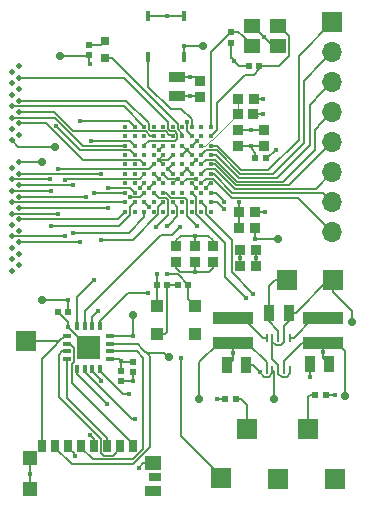
<source format=gbr>
G04 #@! TF.GenerationSoftware,KiCad,Pcbnew,(5.1.0)-1*
G04 #@! TF.CreationDate,2019-07-08T11:08:24-07:00*
G04 #@! TF.ProjectId,MiniScope_V4,4d696e69-5363-46f7-9065-5f56342e6b69,rev?*
G04 #@! TF.SameCoordinates,Original*
G04 #@! TF.FileFunction,Copper,L1,Top*
G04 #@! TF.FilePolarity,Positive*
%FSLAX46Y46*%
G04 Gerber Fmt 4.6, Leading zero omitted, Abs format (unit mm)*
G04 Created by KiCad (PCBNEW (5.1.0)-1) date 2019-07-08 11:08:24*
%MOMM*%
%LPD*%
G04 APERTURE LIST*
%ADD10C,0.370000*%
%ADD11R,1.700000X1.700000*%
%ADD12O,1.700000X1.700000*%
%ADD13R,0.490000X0.560000*%
%ADD14R,1.000000X1.000000*%
%ADD15C,0.700000*%
%ADD16R,0.870000X0.810000*%
%ADD17R,0.810000X0.870000*%
%ADD18R,0.890000X0.920000*%
%ADD19R,1.050000X1.050000*%
%ADD20R,0.740000X0.320000*%
%ADD21R,0.320000X0.740000*%
%ADD22R,1.400000X0.900000*%
%ADD23R,1.000000X0.700000*%
%ADD24R,1.450000X1.200000*%
%ADD25R,0.700000X1.000000*%
%ADD26R,1.150000X1.200000*%
%ADD27R,3.400000X1.000000*%
%ADD28R,0.580000X0.630000*%
%ADD29C,0.508000*%
%ADD30R,0.260000X0.660000*%
%ADD31R,0.370000X0.810000*%
%ADD32R,0.560000X0.490000*%
%ADD33R,0.710000X0.770000*%
%ADD34R,1.400000X1.200000*%
%ADD35R,0.630000X0.580000*%
%ADD36R,0.930000X1.320000*%
%ADD37R,1.320000X0.930000*%
%ADD38C,0.450000*%
%ADD39C,0.152400*%
%ADD40C,0.088900*%
G04 APERTURE END LIST*
D10*
X137522400Y-108019400D03*
X137522400Y-107219400D03*
X137522400Y-106419400D03*
X137522400Y-105619400D03*
X137522400Y-104819400D03*
X137522400Y-104019400D03*
X137522400Y-103219400D03*
X137522400Y-102419400D03*
X137522400Y-101619400D03*
X137522400Y-100819400D03*
X138322400Y-108019400D03*
X138322400Y-107219400D03*
X138322400Y-106419400D03*
X138322400Y-105619400D03*
X138322400Y-104819400D03*
X138322400Y-104019400D03*
X138322400Y-103219400D03*
X138322400Y-102419400D03*
X138322400Y-101619400D03*
X138322400Y-100819400D03*
X139122400Y-108019400D03*
X139122400Y-107219400D03*
X139122400Y-106419400D03*
X139122400Y-105619400D03*
X139122400Y-104819400D03*
X139122400Y-104019400D03*
X139122400Y-103219400D03*
X139122400Y-102419400D03*
X139122400Y-101619400D03*
X139122400Y-100819400D03*
X139922400Y-108019400D03*
X139922400Y-107219400D03*
X139922400Y-106419400D03*
X139922400Y-105619400D03*
X139922400Y-104819400D03*
X139922400Y-104019400D03*
X139922400Y-103219400D03*
X139922400Y-102419400D03*
X139922400Y-101619400D03*
X139922400Y-100819400D03*
X140722400Y-108019400D03*
X140722400Y-107219400D03*
X140722400Y-106419400D03*
X140722400Y-105619400D03*
X140722400Y-104819400D03*
X140722400Y-104019400D03*
X140722400Y-103219400D03*
X140722400Y-102419400D03*
X140722400Y-101619400D03*
X140722400Y-100819400D03*
X141522400Y-108019400D03*
X141522400Y-107219400D03*
X141522400Y-106419400D03*
X141522400Y-105619400D03*
X141522400Y-104819400D03*
X141522400Y-104019400D03*
X141522400Y-103219400D03*
X141522400Y-102419400D03*
X141522400Y-101619400D03*
X141522400Y-100819400D03*
X142322400Y-108019400D03*
X142322400Y-107219400D03*
X142322400Y-106419400D03*
X142322400Y-105619400D03*
X142322400Y-104819400D03*
X142322400Y-104019400D03*
X142322400Y-103219400D03*
X142322400Y-102419400D03*
X142322400Y-101619400D03*
X142322400Y-100819400D03*
X143122400Y-108019400D03*
X143122400Y-107219400D03*
X143122400Y-106419400D03*
X143122400Y-105619400D03*
X143122400Y-104819400D03*
X143122400Y-104019400D03*
X143122400Y-103219400D03*
X143122400Y-102419400D03*
X143122400Y-101619400D03*
X143122400Y-100819400D03*
X143922400Y-108019400D03*
X143922400Y-107219400D03*
X143922400Y-106419400D03*
X143922400Y-105619400D03*
X143922400Y-104819400D03*
X143922400Y-104019400D03*
X143922400Y-103219400D03*
X143922400Y-102419400D03*
X143922400Y-101619400D03*
X143922400Y-100819400D03*
X144722400Y-108019400D03*
X144722400Y-107219400D03*
X144722400Y-106419400D03*
X144722400Y-105619400D03*
X144722400Y-104819400D03*
X144722400Y-104019400D03*
X144722400Y-103219400D03*
X144722400Y-102419400D03*
X144722400Y-101619400D03*
X144722400Y-100819400D03*
D11*
X153000000Y-126450000D03*
X155220000Y-130640000D03*
X150450000Y-130640000D03*
X145630000Y-130590000D03*
X151210000Y-113810000D03*
X155130000Y-113830000D03*
X147780000Y-126440000D03*
X129080000Y-119000000D03*
D12*
X155041600Y-109753400D03*
X155041600Y-107213400D03*
X155041600Y-104673400D03*
X155041600Y-102133400D03*
X155041600Y-99593400D03*
X155041600Y-97053400D03*
X155041600Y-94513400D03*
D11*
X155041600Y-91973400D03*
D13*
X145970000Y-123870000D03*
X146880000Y-123870000D03*
X154460000Y-123550000D03*
X153550000Y-123550000D03*
D14*
X140218160Y-115966240D03*
X143423640Y-115966240D03*
X143410000Y-118350000D03*
X140228320Y-118364000D03*
D15*
X150444200Y-110299500D03*
D16*
X147070399Y-102418041D03*
X147070399Y-101058041D03*
D17*
X148390440Y-98460560D03*
X147030440Y-98460560D03*
D18*
X148351240Y-99776280D03*
X147021240Y-99776280D03*
D15*
X141173200Y-120319800D03*
X144094200Y-94005400D03*
X132003800Y-94792800D03*
X131572000Y-102514400D03*
X130420000Y-103830000D03*
X143764000Y-123901200D03*
X156133800Y-123596400D03*
X150063200Y-123901200D03*
X156700000Y-117330000D03*
X138150600Y-116738400D03*
X130429000Y-115519200D03*
D16*
X149280399Y-102418041D03*
X149280399Y-101058041D03*
D19*
X134866400Y-120002200D03*
X134866400Y-119052200D03*
X133916400Y-120002200D03*
X133916400Y-119052200D03*
D20*
X136186400Y-118552200D03*
X136186400Y-119202200D03*
X136186400Y-119852200D03*
X136186400Y-120502200D03*
D21*
X135366400Y-121322200D03*
X134716400Y-121322200D03*
X134066400Y-121322200D03*
X133416400Y-121322200D03*
D20*
X132596400Y-120502200D03*
X132596400Y-119852200D03*
X132596400Y-119202200D03*
X132596400Y-118552200D03*
D21*
X133416400Y-117732200D03*
X134066400Y-117732200D03*
X134716400Y-117732200D03*
X135366400Y-117732200D03*
D22*
X139840600Y-131628200D03*
D23*
X140040600Y-130478200D03*
D24*
X139815600Y-129328200D03*
D25*
X138190600Y-127838200D03*
X137090600Y-127838200D03*
X131590600Y-127838200D03*
X132690600Y-127838200D03*
X135990600Y-127838200D03*
X134890600Y-127838200D03*
X133790600Y-127838200D03*
X130490600Y-127838200D03*
D26*
X129415600Y-128888200D03*
X129415600Y-131478200D03*
D27*
X154279600Y-119153360D03*
X154279600Y-117053360D03*
D28*
X147962120Y-95676720D03*
X148852120Y-95676720D03*
D29*
X127890000Y-113010000D03*
X128499600Y-112527401D03*
X127890000Y-112044801D03*
X128499600Y-111562202D03*
X127890000Y-111079602D03*
X128499600Y-110597003D03*
X127890000Y-110114403D03*
X128499600Y-109631804D03*
X127890000Y-109149204D03*
X128499600Y-108666605D03*
X127890000Y-108184005D03*
X128499600Y-107701406D03*
X127890000Y-107218806D03*
X128499600Y-106736207D03*
X127890000Y-106253607D03*
X128499600Y-105771008D03*
X127890000Y-105288408D03*
X128499600Y-104805809D03*
X127890000Y-104323209D03*
X128499600Y-103840610D03*
X128498600Y-95707203D03*
X127889000Y-96189802D03*
X128498600Y-96672402D03*
X127889000Y-97155001D03*
X128498600Y-97637601D03*
X127889000Y-98120200D03*
X128498600Y-98602800D03*
X127889000Y-99085399D03*
X128498600Y-99567999D03*
X127889000Y-100050598D03*
X128498600Y-100533198D03*
X127889000Y-101015797D03*
X128498600Y-101498397D03*
X127889000Y-101980996D03*
D30*
X149469600Y-118730800D03*
X149969600Y-118730800D03*
X150469600Y-118730800D03*
X150969600Y-118730800D03*
X151469600Y-118730800D03*
X151469600Y-121400800D03*
X150969600Y-121400800D03*
X150469600Y-121400800D03*
X149969600Y-121400800D03*
X149469600Y-121400800D03*
D31*
X139444600Y-91483000D03*
X142444600Y-91483000D03*
X142444600Y-94953000D03*
X139444600Y-94953000D03*
D13*
X140161600Y-114236500D03*
X141071600Y-114236500D03*
X142840120Y-114244120D03*
X141930120Y-114244120D03*
D32*
X134467600Y-94788400D03*
X134467600Y-93878400D03*
D33*
X135788400Y-93580200D03*
X135788400Y-95040200D03*
D34*
X148226600Y-92266400D03*
X150426600Y-92266400D03*
X150426600Y-93966400D03*
X148226600Y-93966400D03*
D27*
X146613880Y-119122880D03*
X146613880Y-117022880D03*
D18*
X147167600Y-109397800D03*
X148497600Y-109397800D03*
D35*
X138176000Y-120738400D03*
X138176000Y-121628400D03*
X137185400Y-121475000D03*
X137185400Y-122365000D03*
D28*
X131797560Y-116499640D03*
X132687560Y-116499640D03*
D36*
X147769160Y-121025920D03*
X146129160Y-121025920D03*
X153132360Y-120929400D03*
X154772360Y-120929400D03*
X149693200Y-116555520D03*
X151333200Y-116555520D03*
D17*
X148595080Y-112603280D03*
X147235080Y-112603280D03*
D37*
X141859000Y-96581800D03*
X141859000Y-98221800D03*
D17*
X148595080Y-111282480D03*
X147235080Y-111282480D03*
D16*
X143840200Y-96938000D03*
X143840200Y-98298000D03*
D17*
X148502200Y-108077000D03*
X147142200Y-108077000D03*
D16*
X141838680Y-112257120D03*
X141838680Y-110897120D03*
X143388080Y-112287600D03*
X143388080Y-110927600D03*
X144912080Y-112262200D03*
X144912080Y-110902200D03*
D35*
X146461480Y-93708720D03*
X146461480Y-92818720D03*
D28*
X148500100Y-103479600D03*
X149390100Y-103479600D03*
D38*
X128498600Y-95707200D03*
X127889000Y-113004600D03*
X137185400Y-120650000D03*
X149271920Y-93211720D03*
X129415600Y-130187640D03*
X141005560Y-91485720D03*
X142722600Y-102819200D03*
X134482840Y-95478600D03*
X153136600Y-122016520D03*
X148918810Y-121621670D03*
X148595080Y-111963200D03*
X143383000Y-113106200D03*
X149204680Y-98480880D03*
X133248400Y-128663474D03*
X138658600Y-129692400D03*
X132664200Y-117805200D03*
X149301200Y-108077000D03*
X142965600Y-96581800D03*
X146735802Y-95250000D03*
X148191059Y-102418041D03*
X141935200Y-105232200D03*
X145897600Y-107162600D03*
X140339996Y-103620000D03*
X145250000Y-123860000D03*
X155300000Y-123530000D03*
X128499600Y-103840610D03*
X127889000Y-101015797D03*
X134482840Y-126918720D03*
X138170920Y-122367040D03*
X142448280Y-94020640D03*
X138170919Y-118516400D03*
X146613880Y-119959120D03*
X128498600Y-112522000D03*
X127889000Y-104317800D03*
X127889000Y-96189802D03*
X154279600Y-119928640D03*
X135463280Y-122321320D03*
X135168640Y-116443760D03*
X132684520Y-115529360D03*
X143377920Y-110042960D03*
X148176919Y-101058041D03*
X141122400Y-104419400D03*
X142722600Y-100380800D03*
X139522200Y-106019604D03*
X150241000Y-102781100D03*
X143520000Y-103620000D03*
X140335300Y-102806504D03*
X127890000Y-112050000D03*
X127889000Y-101981000D03*
X143510000Y-105219500D03*
X147142200Y-107213400D03*
X147235080Y-111961760D03*
X149204680Y-99766120D03*
X148513800Y-110312200D03*
X143550640Y-102001320D03*
X142722600Y-104419400D03*
X142951200Y-98221800D03*
X140320000Y-105230002D03*
X134823200Y-106420920D03*
X134823202Y-113807240D03*
X135976360Y-124338080D03*
X137922000Y-106807000D03*
X143520000Y-106020000D03*
X139450000Y-114880000D03*
X144320000Y-106020000D03*
X142160000Y-109280000D03*
X140131812Y-109296200D03*
X140167360Y-113294160D03*
X141030960Y-113314480D03*
X141030000Y-109270000D03*
X137820400Y-123489720D03*
X138734800Y-106019600D03*
X138367601Y-125603000D03*
X145872200Y-107817922D03*
X131190000Y-109220000D03*
X131190000Y-106260000D03*
X136070000Y-106020000D03*
X136070000Y-107690000D03*
X131631563Y-100763197D03*
X127889000Y-98120200D03*
X134220000Y-106750000D03*
X134641807Y-102023611D03*
X133640000Y-100350000D03*
X133650000Y-110602100D03*
X133060000Y-109800000D03*
X133070000Y-105790000D03*
X139520000Y-107620000D03*
X131140000Y-105290000D03*
X132410000Y-105300000D03*
X132410000Y-110110000D03*
X131800000Y-104400000D03*
X131800000Y-108180000D03*
X135420000Y-104810000D03*
X135420000Y-110409999D03*
X147750000Y-115360000D03*
X148350000Y-114960000D03*
X143570000Y-109260000D03*
X142220000Y-120370000D03*
D39*
X137185400Y-121475000D02*
X137185400Y-120650000D01*
D40*
X137273800Y-120738400D02*
X137185400Y-120650000D01*
D39*
X138176000Y-120738400D02*
X137273800Y-120738400D01*
D40*
X137037600Y-120502200D02*
X137185400Y-120650000D01*
D39*
X136186400Y-120502200D02*
X137037600Y-120502200D01*
X148326600Y-92266400D02*
X148226600Y-92266400D01*
X150026600Y-93966400D02*
X149271920Y-93211720D01*
X150426600Y-93966400D02*
X150026600Y-93966400D01*
X149271920Y-93211720D02*
X148326600Y-92266400D01*
X129415600Y-130789300D02*
X129415600Y-130187640D01*
X129415600Y-131478200D02*
X129415600Y-130789300D01*
X129415600Y-130187640D02*
X129415600Y-128888200D01*
D40*
X134467600Y-95463360D02*
X134482840Y-95478600D01*
D39*
X134467600Y-94788400D02*
X134467600Y-95463360D01*
D40*
X150459440Y-118720640D02*
X150469600Y-118730800D01*
D39*
X150469600Y-118311900D02*
X150469600Y-118730800D01*
X150469600Y-118080820D02*
X150469600Y-118311900D01*
X149693200Y-117304420D02*
X150469600Y-118080820D01*
X149693200Y-116555520D02*
X149693200Y-117304420D01*
X148323060Y-121025920D02*
X147769160Y-121025920D01*
X153132360Y-120929400D02*
X153132360Y-122012280D01*
D40*
X153132360Y-122012280D02*
X153136600Y-122016520D01*
D39*
X148918810Y-121621670D02*
X148323060Y-121025920D01*
D40*
X148595080Y-112079380D02*
X148595080Y-111963200D01*
D39*
X148595080Y-112603280D02*
X148595080Y-112079380D01*
X148595080Y-111963200D02*
X148595080Y-111282480D01*
X143403320Y-113085880D02*
X144582300Y-113085880D01*
X144582300Y-113085880D02*
X144912080Y-112756100D01*
X144912080Y-112756100D02*
X144912080Y-112262200D01*
D40*
X143388080Y-113070640D02*
X143403320Y-113085880D01*
D39*
X143388080Y-112287600D02*
X143388080Y-113070640D01*
X143403320Y-113085880D02*
X142173540Y-113085880D01*
X142173540Y-113085880D02*
X141838680Y-112751020D01*
X141838680Y-112751020D02*
X141838680Y-112257120D01*
D40*
X148701760Y-98638360D02*
X148722080Y-98658680D01*
D39*
X148390440Y-98460560D02*
X149184360Y-98460560D01*
X147070399Y-102418041D02*
X148191059Y-102418041D01*
X148203759Y-102418041D02*
X149280399Y-102418041D01*
X149267940Y-121970800D02*
X148918810Y-121621670D01*
X149643017Y-121970800D02*
X149267940Y-121970800D01*
X149969600Y-121400800D02*
X149969600Y-121644217D01*
X149969600Y-121644217D02*
X149643017Y-121970800D01*
X132690600Y-127838200D02*
X132690600Y-127988200D01*
X132690600Y-127988200D02*
X133248400Y-128546000D01*
D40*
X133248400Y-128546000D02*
X133248400Y-128663474D01*
D39*
X139815600Y-129328200D02*
X139022800Y-129328200D01*
X139022800Y-129328200D02*
X138658600Y-129692400D01*
X133916400Y-120002200D02*
X134866400Y-120002200D01*
X134866400Y-120002200D02*
X134866400Y-119052200D01*
X133916400Y-119052200D02*
X134866400Y-119052200D01*
X133916400Y-119052200D02*
X132669400Y-117805200D01*
X132669400Y-117805200D02*
X132664200Y-117805200D01*
X132664200Y-117487002D02*
X132664200Y-117805200D01*
X132664200Y-117391280D02*
X132664200Y-117487002D01*
X131797560Y-116524640D02*
X132664200Y-117391280D01*
X131797560Y-116499640D02*
X131797560Y-116524640D01*
X142722600Y-102819200D02*
X142322400Y-103219400D01*
X142722600Y-102819600D02*
X143122400Y-103219400D01*
X142722600Y-102819200D02*
X142722600Y-102819600D01*
X142322800Y-102419400D02*
X142722600Y-102819200D01*
X142322400Y-102419400D02*
X142322800Y-102419400D01*
X141002840Y-91483000D02*
X141005560Y-91485720D01*
X139444600Y-91483000D02*
X141002840Y-91483000D01*
X141008280Y-91483000D02*
X141005560Y-91485720D01*
X142444600Y-91483000D02*
X141008280Y-91483000D01*
X148502200Y-108077000D02*
X149301200Y-108077000D01*
X150063200Y-121494400D02*
X149969600Y-121400800D01*
X150063200Y-123901200D02*
X150063200Y-121494400D01*
X143484000Y-96581800D02*
X143840200Y-96938000D01*
X141859000Y-96581800D02*
X142965600Y-96581800D01*
X142965600Y-96581800D02*
X143484000Y-96581800D01*
X134463200Y-94792800D02*
X134467600Y-94788400D01*
X132003800Y-94792800D02*
X134463200Y-94792800D01*
X147962120Y-95676720D02*
X147162522Y-95676720D01*
X146960801Y-95474999D02*
X146735802Y-95250000D01*
X147162522Y-95676720D02*
X146960801Y-95474999D01*
X146461480Y-94975678D02*
X146510803Y-95025001D01*
X146510803Y-95025001D02*
X146735802Y-95250000D01*
X146461480Y-93708720D02*
X146461480Y-94975678D01*
X148203759Y-102715859D02*
X148203759Y-102418041D01*
X148500100Y-103012200D02*
X148203759Y-102715859D01*
X148500100Y-103479600D02*
X148500100Y-103012200D01*
D40*
X141909600Y-105232200D02*
X141935200Y-105232200D01*
D39*
X141135200Y-105232200D02*
X141935200Y-105232200D01*
X140722400Y-104819400D02*
X141135200Y-105232200D01*
X145154400Y-106419400D02*
X145672601Y-106937601D01*
X145672601Y-106937601D02*
X145897600Y-107162600D01*
X144722400Y-106419400D02*
X145154400Y-106419400D01*
X140722400Y-103219400D02*
X140339996Y-103601804D01*
X141121800Y-103620000D02*
X140658194Y-103620000D01*
X140339996Y-103601804D02*
X140339996Y-103620000D01*
X141522400Y-103219400D02*
X141121800Y-103620000D01*
X140339996Y-103636996D02*
X140339996Y-103620000D01*
X140658194Y-103620000D02*
X140339996Y-103620000D01*
X140722400Y-104019400D02*
X140339996Y-103636996D01*
X145970000Y-123870000D02*
X145260000Y-123870000D01*
X145260000Y-123870000D02*
X145250000Y-123860000D01*
X141548000Y-105619400D02*
X141935200Y-105232200D01*
X141522400Y-105619400D02*
X141548000Y-105619400D01*
X155280000Y-123550000D02*
X155300000Y-123530000D01*
X154460000Y-123550000D02*
X155280000Y-123550000D01*
X130409390Y-103840610D02*
X130420000Y-103830000D01*
X128499600Y-103840610D02*
X128499600Y-103840610D01*
X128499600Y-103840610D02*
X130409390Y-103840610D01*
X150207600Y-113810000D02*
X151210000Y-113810000D01*
X149693200Y-114324400D02*
X150207600Y-113810000D01*
X149693200Y-116555520D02*
X149693200Y-114324400D01*
D40*
X134560020Y-126918720D02*
X134482840Y-126918720D01*
D39*
X134890600Y-127838200D02*
X134890600Y-127249300D01*
X134890600Y-127249300D02*
X134560020Y-126918720D01*
X137185400Y-122365000D02*
X138168880Y-122365000D01*
D40*
X138168880Y-122365000D02*
X138170920Y-122367040D01*
X138176000Y-122361960D02*
X138170920Y-122367040D01*
D39*
X138176000Y-121628400D02*
X138176000Y-122361960D01*
D40*
X142444600Y-94024320D02*
X142448280Y-94020640D01*
D39*
X142444600Y-94953000D02*
X142444600Y-94024320D01*
X147813880Y-119122880D02*
X146613880Y-119122880D01*
X149469600Y-120778600D02*
X147813880Y-119122880D01*
X149469600Y-121400800D02*
X149469600Y-120778600D01*
X138135119Y-118552200D02*
X138170919Y-118516400D01*
X136186400Y-118552200D02*
X138135119Y-118552200D01*
X138150600Y-118496081D02*
X138170919Y-118516400D01*
X138150600Y-116738400D02*
X138150600Y-118496081D01*
X145413880Y-119122880D02*
X146613880Y-119122880D01*
X143764000Y-120772760D02*
X145413880Y-119122880D01*
X143764000Y-123901200D02*
X143764000Y-120772760D01*
X142463520Y-94005400D02*
X142448280Y-94020640D01*
X144094200Y-94005400D02*
X142463520Y-94005400D01*
X146613880Y-119959120D02*
X146613880Y-119122880D01*
X146613880Y-119959120D02*
X146613880Y-120541200D01*
X146613880Y-120541200D02*
X146129160Y-121025920D01*
X152490700Y-119153360D02*
X154279600Y-119153360D01*
X150969600Y-120674460D02*
X152490700Y-119153360D01*
X150969600Y-121400800D02*
X150969600Y-120674460D01*
X154279600Y-120436640D02*
X154772360Y-120929400D01*
X154279600Y-119153360D02*
X154279600Y-119928640D01*
X154279600Y-119928640D02*
X154279600Y-120436640D01*
D40*
X135463280Y-122279080D02*
X135463280Y-122321320D01*
D39*
X134716400Y-121322200D02*
X134716400Y-121532200D01*
X134716400Y-121532200D02*
X135463280Y-122279080D01*
X143377920Y-110042960D02*
X144546740Y-110042960D01*
X144546740Y-110042960D02*
X144912080Y-110408300D01*
X144912080Y-110408300D02*
X144912080Y-110902200D01*
D40*
X143388080Y-110053120D02*
X143377920Y-110042960D01*
D39*
X143388080Y-110927600D02*
X143388080Y-110053120D01*
X143377920Y-110042960D02*
X142198940Y-110042960D01*
X142198940Y-110042960D02*
X141838680Y-110403220D01*
X141838680Y-110403220D02*
X141838680Y-110897120D01*
X148176919Y-101058041D02*
X149280399Y-101058041D01*
X134716400Y-116896000D02*
X135168640Y-116443760D01*
X134716400Y-117732200D02*
X134716400Y-116896000D01*
X141122400Y-104419400D02*
X141522400Y-104819400D01*
X141122400Y-104419400D02*
X141522400Y-104019400D01*
X132687560Y-115532400D02*
X132684520Y-115529360D01*
X132687560Y-116499640D02*
X132687560Y-115532400D01*
X143122400Y-101619400D02*
X142722600Y-101219600D01*
X142722600Y-100698998D02*
X142722600Y-100380800D01*
X142722600Y-101219600D02*
X142722600Y-100698998D01*
X132674360Y-115519200D02*
X132684520Y-115529360D01*
X130429000Y-115519200D02*
X132674360Y-115519200D01*
X139522200Y-106019600D02*
X139522200Y-106019604D01*
X139922400Y-105619400D02*
X139522200Y-106019600D01*
X149542500Y-103479600D02*
X150241000Y-102781100D01*
X147070399Y-101058041D02*
X147641641Y-101058041D01*
X147594299Y-101058041D02*
X147641641Y-101058041D01*
X147641641Y-101058041D02*
X148176919Y-101058041D01*
X141079220Y-114244120D02*
X141071600Y-114236500D01*
X141930120Y-114244120D02*
X141079220Y-114244120D01*
X155479600Y-119153360D02*
X154279600Y-119153360D01*
X156130696Y-119804456D02*
X155479600Y-119153360D01*
X156133800Y-123596400D02*
X156130696Y-123593296D01*
X156130696Y-123593296D02*
X156130696Y-119804456D01*
X140880720Y-118364000D02*
X140228320Y-118364000D01*
X141071600Y-118173120D02*
X140880720Y-118364000D01*
X141071600Y-114236500D02*
X141071600Y-118173120D01*
X143520000Y-103621800D02*
X143520000Y-103620000D01*
X143122400Y-104019400D02*
X143520000Y-103621800D01*
X140335300Y-102806500D02*
X140335300Y-102806504D01*
X140722400Y-102419400D02*
X140335300Y-102806500D01*
D40*
X150977600Y-118722800D02*
X150969600Y-118730800D01*
D39*
X150969600Y-118311900D02*
X150969600Y-118730800D01*
X150969600Y-117668020D02*
X150969600Y-118311900D01*
X151333200Y-117304420D02*
X150969600Y-117668020D01*
X151333200Y-116555520D02*
X151333200Y-117304420D01*
X149969600Y-119149700D02*
X149969600Y-118730800D01*
X149969600Y-120481900D02*
X149969600Y-119149700D01*
X150469600Y-120981900D02*
X149969600Y-120481900D01*
X150469600Y-121400800D02*
X150469600Y-120981900D01*
X150469600Y-121716800D02*
X150469600Y-121400800D01*
X150749000Y-121996200D02*
X150469600Y-121716800D01*
X151180800Y-121996200D02*
X150749000Y-121996200D01*
X151469600Y-121400800D02*
X151469600Y-121707400D01*
X151469600Y-121707400D02*
X151180800Y-121996200D01*
X149969600Y-119032400D02*
X149969600Y-118730800D01*
X150229735Y-119292535D02*
X149969600Y-119032400D01*
X150709465Y-119292535D02*
X150229735Y-119292535D01*
X150969600Y-118730800D02*
X150969600Y-119032400D01*
X150969600Y-119032400D02*
X150709465Y-119292535D01*
X151333200Y-116555520D02*
X151333200Y-116360520D01*
X128422400Y-102514400D02*
X127889000Y-101981000D01*
X131572000Y-102514400D02*
X128422400Y-102514400D01*
X154676120Y-113830000D02*
X155130000Y-113830000D01*
X151950600Y-116555520D02*
X154676120Y-113830000D01*
X151333200Y-116555520D02*
X151950600Y-116555520D01*
X156700000Y-116835026D02*
X156700000Y-117330000D01*
X156700000Y-116402400D02*
X156700000Y-116835026D01*
X155130000Y-114832400D02*
X156700000Y-116402400D01*
X155130000Y-113830000D02*
X155130000Y-114832400D01*
X150526600Y-92266400D02*
X150426600Y-92266400D01*
X151384000Y-93123800D02*
X150526600Y-92266400D01*
X151384000Y-94818200D02*
X151384000Y-93123800D01*
X148852120Y-95676720D02*
X150525480Y-95676720D01*
X150525480Y-95676720D02*
X151384000Y-94818200D01*
X148852120Y-95965780D02*
X148852120Y-95676720D01*
X148386800Y-96431100D02*
X148852120Y-95965780D01*
X147617918Y-96431100D02*
X148386800Y-96431100D01*
X145275300Y-98773718D02*
X147617918Y-96431100D01*
X144722400Y-101619400D02*
X145275300Y-101066500D01*
X145275300Y-101066500D02*
X145275300Y-98773718D01*
D40*
X146436480Y-92818720D02*
X146461480Y-92818720D01*
D39*
X144722400Y-100819400D02*
X144722400Y-94532800D01*
X144722400Y-94532800D02*
X146436480Y-92818720D01*
X147437700Y-93177500D02*
X148226600Y-93966400D01*
X146461480Y-92818720D02*
X147078920Y-92818720D01*
X147078920Y-92818720D02*
X147437700Y-93177500D01*
D40*
X147030440Y-98984460D02*
X147030440Y-98460560D01*
X147030440Y-99782080D02*
X147030440Y-98984460D01*
X144874769Y-101937751D02*
X147030440Y-99782080D01*
X144732889Y-101937751D02*
X144874769Y-101937751D01*
X144251240Y-102419400D02*
X144732889Y-101937751D01*
X143922400Y-102419400D02*
X144251240Y-102419400D01*
D39*
X142722300Y-105219500D02*
X143510000Y-105219500D01*
X142322400Y-105619400D02*
X142722300Y-105219500D01*
X147167600Y-108102400D02*
X147142200Y-108077000D01*
X147167600Y-109397800D02*
X147167600Y-108102400D01*
X147142200Y-108077000D02*
X147142200Y-107213400D01*
D40*
X147235080Y-112079380D02*
X147235080Y-111961760D01*
D39*
X147235080Y-112603280D02*
X147235080Y-112079380D01*
X147235080Y-111961760D02*
X147235080Y-111282480D01*
X142722400Y-104419400D02*
X142322400Y-104819400D01*
X142722600Y-104419400D02*
X142722400Y-104419400D01*
X142722600Y-104419600D02*
X143122400Y-104819400D01*
X142722600Y-104419400D02*
X142722600Y-104419600D01*
X143132560Y-102419400D02*
X143550640Y-102001320D01*
X143122400Y-102419400D02*
X143132560Y-102419400D01*
X148711920Y-99954080D02*
X148722080Y-99943920D01*
X148351240Y-99776280D02*
X149194520Y-99776280D01*
X148513800Y-109414000D02*
X148497600Y-109397800D01*
X148513800Y-110312200D02*
X148513800Y-109414000D01*
X143764000Y-98221800D02*
X143840200Y-98298000D01*
X141859000Y-98221800D02*
X142951200Y-98221800D01*
X142951200Y-98221800D02*
X142951200Y-98221800D01*
X142951200Y-98221800D02*
X143764000Y-98221800D01*
X150431500Y-110312200D02*
X150444200Y-110299500D01*
X148513800Y-110312200D02*
X150431500Y-110312200D01*
X140320000Y-105217000D02*
X140320000Y-105230002D01*
X139922400Y-104819400D02*
X140320000Y-105217000D01*
X138190600Y-127688200D02*
X138190600Y-127838200D01*
X132806400Y-119202200D02*
X133186954Y-119582754D01*
X133186954Y-119582754D02*
X133186954Y-120731646D01*
X133186954Y-120731646D02*
X133004489Y-120914111D01*
X132596400Y-119202200D02*
X132806400Y-119202200D01*
X133004489Y-120914111D02*
X133004489Y-122502089D01*
X133004489Y-122502089D02*
X138190600Y-127688200D01*
X137090600Y-128049092D02*
X137090600Y-127838200D01*
X135707018Y-128701800D02*
X136437892Y-128701800D01*
X132179300Y-119852200D02*
X131914900Y-120116600D01*
X136437892Y-128701800D02*
X137090600Y-128049092D01*
X131914900Y-120116600D02*
X131914900Y-123715318D01*
X131914900Y-123715318D02*
X135426528Y-127226946D01*
X135426528Y-127226946D02*
X135426528Y-128421310D01*
X132596400Y-119852200D02*
X132179300Y-119852200D01*
X135426528Y-128421310D02*
X135707018Y-128701800D01*
X131590600Y-127988200D02*
X131590600Y-127838200D01*
X136186400Y-119202200D02*
X138544300Y-119202200D01*
X139573000Y-120230900D02*
X139573000Y-127944245D01*
X139573000Y-127944245D02*
X138155045Y-129362200D01*
X138155045Y-129362200D02*
X132964600Y-129362200D01*
X132964600Y-129362200D02*
X131590600Y-127988200D01*
X139311901Y-119969801D02*
X138957050Y-119614950D01*
X140823201Y-119969801D02*
X139311901Y-119969801D01*
X141173200Y-120319800D02*
X140823201Y-119969801D01*
X138544300Y-119202200D02*
X138957050Y-119614950D01*
X138957050Y-119614950D02*
X139573000Y-120230900D01*
X135990600Y-127185800D02*
X135990600Y-127838200D01*
X132596400Y-120502200D02*
X132596400Y-123791600D01*
X132596400Y-123791600D02*
X135990600Y-127185800D01*
X138483100Y-119852200D02*
X139026900Y-120396000D01*
X136186400Y-119852200D02*
X138483100Y-119852200D01*
X139026900Y-120396000D02*
X139026900Y-128149082D01*
X139026900Y-128149082D02*
X138194782Y-128981200D01*
X133790600Y-127988200D02*
X133790600Y-127838200D01*
X138194782Y-128981200D02*
X134783600Y-128981200D01*
X134783600Y-128981200D02*
X133790600Y-127988200D01*
X130490600Y-127185800D02*
X130490600Y-127838200D01*
X130490600Y-120448000D02*
X130490600Y-127185800D01*
X132596400Y-118552200D02*
X132386400Y-118552200D01*
X131451000Y-119487600D02*
X130490600Y-120448000D01*
X131930000Y-119000000D02*
X131934300Y-119004300D01*
X129080000Y-119000000D02*
X131930000Y-119000000D01*
X132386400Y-118552200D02*
X131934300Y-119004300D01*
X131934300Y-119004300D02*
X131451000Y-119487600D01*
X153429440Y-117053360D02*
X154279600Y-117053360D01*
X151752000Y-118730800D02*
X153429440Y-117053360D01*
X151469600Y-118730800D02*
X151752000Y-118730800D01*
X147479280Y-117022880D02*
X146613880Y-117022880D01*
X149187200Y-118730800D02*
X147479280Y-117022880D01*
X149469600Y-118730800D02*
X149187200Y-118730800D01*
X133416400Y-115214042D02*
X134823202Y-113807240D01*
X133416400Y-117732200D02*
X133416400Y-115214042D01*
X134824720Y-106419400D02*
X134823200Y-106420920D01*
X137522400Y-106419400D02*
X134824720Y-106419400D01*
X133416400Y-121778120D02*
X133416400Y-121322200D01*
X135976360Y-124338080D02*
X133416400Y-121778120D01*
X138734800Y-106807000D02*
X139122400Y-106419400D01*
X137922000Y-106807000D02*
X138734800Y-106807000D01*
X136366000Y-95040200D02*
X135788400Y-95040200D01*
X141927920Y-100602120D02*
X136366000Y-95040200D01*
X141927920Y-101033920D02*
X141927920Y-100602120D01*
X142322400Y-101619400D02*
X142322400Y-101428400D01*
X142322400Y-101428400D02*
X141927920Y-101033920D01*
X143122400Y-105619400D02*
X143122400Y-105622400D01*
X143122400Y-105622400D02*
X143520000Y-106020000D01*
X135366400Y-117233600D02*
X135366400Y-117732200D01*
X139450000Y-114880000D02*
X137720000Y-114880000D01*
X137720000Y-114880000D02*
X135366400Y-117233600D01*
X139444600Y-95510400D02*
X139444600Y-94953000D01*
X139444600Y-97433000D02*
X139444600Y-95510400D01*
X141351000Y-99339400D02*
X139444600Y-97433000D01*
X142258550Y-99339400D02*
X141351000Y-99339400D01*
X143122400Y-100819400D02*
X143122400Y-100203250D01*
X143122400Y-100203250D02*
X142258550Y-99339400D01*
X144722400Y-105619400D02*
X144720600Y-105619400D01*
X144720600Y-105619400D02*
X144320000Y-106020000D01*
X140560000Y-109970000D02*
X141470000Y-109970000D01*
X141935001Y-109504999D02*
X142160000Y-109280000D01*
X134066400Y-116463600D02*
X140560000Y-109970000D01*
X141470000Y-109970000D02*
X141935001Y-109504999D01*
X134066400Y-117732200D02*
X134066400Y-116463600D01*
X140167360Y-114230740D02*
X140161600Y-114236500D01*
X140167360Y-113294160D02*
X140167360Y-114230740D01*
X140161600Y-115909680D02*
X140218160Y-115966240D01*
X140161600Y-114236500D02*
X140161600Y-115909680D01*
X140356811Y-109071201D02*
X140131812Y-109296200D01*
X141137024Y-108290988D02*
X140356811Y-109071201D01*
X141137024Y-107016076D02*
X141137024Y-108290988D01*
X140944048Y-106823100D02*
X141137024Y-107016076D01*
X139922400Y-106419400D02*
X140326100Y-106823100D01*
X140326100Y-106823100D02*
X140944048Y-106823100D01*
X142840120Y-114209120D02*
X142840120Y-114244120D01*
X141945480Y-113314480D02*
X142840120Y-114209120D01*
X141030960Y-113314480D02*
X141945480Y-113314480D01*
X142840120Y-115382720D02*
X143423640Y-115966240D01*
X142840120Y-114244120D02*
X142840120Y-115382720D01*
X141254999Y-109045001D02*
X141030000Y-109270000D01*
X141919816Y-107616816D02*
X141919816Y-108380184D01*
X141522400Y-107219400D02*
X141919816Y-107616816D01*
X141919816Y-108380184D02*
X141254999Y-109045001D01*
X135490200Y-93878400D02*
X135788400Y-93580200D01*
X134467600Y-93878400D02*
X135490200Y-93878400D01*
X135366400Y-121532200D02*
X135366400Y-121322200D01*
X137323920Y-123489720D02*
X135366400Y-121532200D01*
X137820400Y-123489720D02*
X137323920Y-123489720D01*
X139122400Y-105619400D02*
X138734800Y-106007000D01*
X138734800Y-106007000D02*
X138734800Y-106019600D01*
X138049403Y-125603000D02*
X134066400Y-121619997D01*
X134066400Y-121619997D02*
X134066400Y-121322200D01*
X145273678Y-107219400D02*
X145872200Y-107817922D01*
X144722400Y-107219400D02*
X145273678Y-107219400D01*
X138049403Y-125603000D02*
X138367601Y-125603000D01*
X136875195Y-108666605D02*
X128499600Y-108666605D01*
X137522400Y-108019400D02*
X136875195Y-108666605D01*
X127890594Y-107219400D02*
X127890000Y-107218806D01*
X137522400Y-107219400D02*
X127890594Y-107219400D01*
X130225800Y-100050598D02*
X127889000Y-100050598D01*
X131589008Y-100050598D02*
X130225800Y-100050598D01*
X137522400Y-102419400D02*
X133957810Y-102419400D01*
X133957810Y-102419400D02*
X131589008Y-100050598D01*
X127896393Y-106260000D02*
X127890000Y-106253607D01*
X131190000Y-106260000D02*
X127896393Y-106260000D01*
X136970557Y-109220000D02*
X131190000Y-109220000D01*
X137918879Y-108271678D02*
X136970557Y-109220000D01*
X138322400Y-107219400D02*
X137918879Y-107622921D01*
X137918879Y-107622921D02*
X137918879Y-108271678D01*
X138322400Y-106419400D02*
X137923000Y-106020000D01*
X137923000Y-106020000D02*
X136070000Y-106020000D01*
X128511006Y-107690000D02*
X128499600Y-107701406D01*
X136070000Y-107690000D02*
X128511006Y-107690000D01*
X131856562Y-100988196D02*
X131631563Y-100763197D01*
X133680160Y-102811794D02*
X131856562Y-100988196D01*
X138322400Y-103219400D02*
X137914794Y-102811794D01*
X137914794Y-102811794D02*
X133680160Y-102811794D01*
X134220000Y-106750000D02*
X128410000Y-106750000D01*
X137926611Y-102023611D02*
X134960005Y-102023611D01*
X134960005Y-102023611D02*
X134641807Y-102023611D01*
X138322400Y-102419400D02*
X137926611Y-102023611D01*
X133650000Y-100340000D02*
X133640000Y-100350000D01*
X138322400Y-100819400D02*
X137843000Y-100340000D01*
X137843000Y-100340000D02*
X133650000Y-100340000D01*
X128504697Y-110602100D02*
X128499600Y-110597003D01*
X133650000Y-110602100D02*
X128504697Y-110602100D01*
X128518592Y-105790000D02*
X128499600Y-105771008D01*
X133070000Y-105790000D02*
X128518592Y-105790000D01*
X137810000Y-109800000D02*
X133060000Y-109800000D01*
X139122400Y-108019400D02*
X139122400Y-108487600D01*
X139122400Y-108487600D02*
X137810000Y-109800000D01*
X139122400Y-107219400D02*
X139122400Y-107222400D01*
X139122400Y-107222400D02*
X139520000Y-107620000D01*
X127891592Y-105290000D02*
X127890000Y-105288408D01*
X131140000Y-105290000D02*
X127891592Y-105290000D01*
X127894403Y-110110000D02*
X127890000Y-110114403D01*
X132410000Y-110110000D02*
X127894403Y-110110000D01*
X132490000Y-105220000D02*
X132410000Y-105300000D01*
X139122400Y-104819400D02*
X138721800Y-105220000D01*
X138721800Y-105220000D02*
X132490000Y-105220000D01*
X130835400Y-100533198D02*
X128498600Y-100533198D01*
X133923389Y-103621187D02*
X130835400Y-100533198D01*
X138712386Y-103621187D02*
X133923389Y-103621187D01*
X139122400Y-104019400D02*
X139110599Y-104019400D01*
X139110599Y-104019400D02*
X138712386Y-103621187D01*
X137357582Y-96672402D02*
X130835400Y-96672402D01*
X130835400Y-96672402D02*
X128498600Y-96672402D01*
X141126457Y-100441277D02*
X137357582Y-96672402D01*
X141126457Y-101014837D02*
X141126457Y-100441277D01*
X141742752Y-101221804D02*
X141333424Y-101221804D01*
X139122400Y-102397994D02*
X139509937Y-102010457D01*
X139122400Y-102419400D02*
X139122400Y-102397994D01*
X139509937Y-102010457D02*
X141749291Y-102010457D01*
X141749291Y-102010457D02*
X141923824Y-101835924D01*
X141923824Y-101835924D02*
X141923824Y-101402876D01*
X141333424Y-101221804D02*
X141126457Y-101014837D01*
X141923824Y-101402876D02*
X141742752Y-101221804D01*
X130835400Y-98602800D02*
X128498600Y-98602800D01*
X137579100Y-98602800D02*
X130835400Y-98602800D01*
X139516473Y-100540173D02*
X137579100Y-98602800D01*
X141413609Y-101510609D02*
X141210809Y-101510609D01*
X141522400Y-101619400D02*
X141413609Y-101510609D01*
X140919826Y-101219626D02*
X139664618Y-101219626D01*
X141210809Y-101510609D02*
X140919826Y-101219626D01*
X139664618Y-101219626D02*
X139516473Y-101071481D01*
X139516473Y-101071481D02*
X139516473Y-100540173D01*
X131810000Y-104410000D02*
X131800000Y-104400000D01*
X139922400Y-104019400D02*
X139531800Y-104410000D01*
X139531800Y-104410000D02*
X131810000Y-104410000D01*
X127894005Y-108180000D02*
X127890000Y-108184005D01*
X131800000Y-108180000D02*
X127894005Y-108180000D01*
X130835400Y-99567999D02*
X128498600Y-99567999D01*
X131447671Y-99567999D02*
X130835400Y-99567999D01*
X133097119Y-101217447D02*
X131447671Y-99567999D01*
X139238597Y-101217447D02*
X133097119Y-101217447D01*
X139922400Y-101619400D02*
X139640550Y-101619400D01*
X139640550Y-101619400D02*
X139238597Y-101217447D01*
X128503791Y-104810000D02*
X128499600Y-104805809D01*
X135420000Y-104810000D02*
X128503791Y-104810000D01*
X135738198Y-110409999D02*
X135420000Y-110409999D01*
X138137250Y-110409999D02*
X135738198Y-110409999D01*
X140317858Y-108229391D02*
X138137250Y-110409999D01*
X140722400Y-107219400D02*
X140317858Y-107623942D01*
X140317858Y-107623942D02*
X140317858Y-108229391D01*
X137388399Y-99085399D02*
X130225800Y-99085399D01*
X139122400Y-100819400D02*
X137388399Y-99085399D01*
X130225800Y-99085399D02*
X127889000Y-99085399D01*
X154191601Y-108903401D02*
X155041600Y-109753400D01*
X152111499Y-106823299D02*
X154191601Y-108903401D01*
X146526156Y-106823299D02*
X152111499Y-106823299D01*
X144920870Y-105218013D02*
X146526156Y-106823299D01*
X143922400Y-105619400D02*
X144323787Y-105218013D01*
X144323787Y-105218013D02*
X144920870Y-105218013D01*
X154241500Y-106413300D02*
X155041600Y-107213400D01*
X146570700Y-106413300D02*
X154241500Y-106413300D01*
X144722400Y-104819400D02*
X144976800Y-104819400D01*
X144976800Y-104819400D02*
X146570700Y-106413300D01*
X153619200Y-106095800D02*
X155041600Y-104673400D01*
X146786376Y-106095800D02*
X153619200Y-106095800D01*
X145111745Y-104421169D02*
X146786376Y-106095800D01*
X143922400Y-104819400D02*
X144320631Y-104421169D01*
X144320631Y-104421169D02*
X145111745Y-104421169D01*
X154191601Y-102983399D02*
X155041600Y-102133400D01*
X151396700Y-105778300D02*
X154191601Y-102983399D01*
X146888200Y-105778300D02*
X151396700Y-105778300D01*
X144722400Y-104019400D02*
X145129300Y-104019400D01*
X145129300Y-104019400D02*
X146888200Y-105778300D01*
X154191601Y-100443399D02*
X155041600Y-99593400D01*
X153543001Y-101091999D02*
X154191601Y-100443399D01*
X143922400Y-104019400D02*
X144323750Y-103618050D01*
X145134350Y-103618050D02*
X146977100Y-105460800D01*
X146977100Y-105460800D02*
X150888700Y-105460800D01*
X144323750Y-103618050D02*
X145134350Y-103618050D01*
X150888700Y-105460800D02*
X153543001Y-102806499D01*
X153543001Y-102806499D02*
X153543001Y-101091999D01*
X154191601Y-97903399D02*
X155041600Y-97053400D01*
X145183476Y-103219400D02*
X147120086Y-105156010D01*
X144722400Y-103219400D02*
X145183476Y-103219400D01*
X147120086Y-105156010D02*
X150355290Y-105156010D01*
X150355290Y-105156010D02*
X153136600Y-102374700D01*
X153136600Y-102374700D02*
X153136600Y-98958400D01*
X153136600Y-98958400D02*
X154191601Y-97903399D01*
X152641300Y-102158800D02*
X152641300Y-96913700D01*
X149999700Y-104800400D02*
X152641300Y-102158800D01*
X147218400Y-104800400D02*
X149999700Y-104800400D01*
X145229794Y-102811794D02*
X147218400Y-104800400D01*
X154191601Y-95363399D02*
X155041600Y-94513400D01*
X144330006Y-102811794D02*
X145229794Y-102811794D01*
X152641300Y-96913700D02*
X154191601Y-95363399D01*
X143922400Y-103219400D02*
X144330006Y-102811794D01*
X155036600Y-91973400D02*
X155041600Y-91973400D01*
X147307300Y-104482900D02*
X149631448Y-104482900D01*
X149631448Y-104482900D02*
X152209490Y-101904858D01*
X145243800Y-102419400D02*
X147307300Y-104482900D01*
X152209490Y-101904858D02*
X152209490Y-94800510D01*
X144722400Y-102419400D02*
X145243800Y-102419400D01*
X152209490Y-94800510D02*
X155036600Y-91973400D01*
X147092400Y-123870000D02*
X146880000Y-123870000D01*
X147277400Y-123870000D02*
X146880000Y-123870000D01*
X147780000Y-124372600D02*
X147277400Y-123870000D01*
X147780000Y-126440000D02*
X147780000Y-124372600D01*
X147525001Y-115135001D02*
X147750000Y-115360000D01*
X145950000Y-113560000D02*
X147525001Y-115135001D01*
X145950000Y-110664948D02*
X145950000Y-113560000D01*
X143514782Y-108229730D02*
X145950000Y-110664948D01*
X143122400Y-106419400D02*
X143514782Y-106811782D01*
X143514782Y-106811782D02*
X143514782Y-108229730D01*
X153152600Y-123550000D02*
X153550000Y-123550000D01*
X153000000Y-123702600D02*
X153152600Y-123550000D01*
X153000000Y-126450000D02*
X153000000Y-123702600D01*
X146510000Y-113120000D02*
X148350000Y-114960000D01*
X146510000Y-110424948D02*
X146510000Y-113120000D01*
X144327179Y-108242127D02*
X146510000Y-110424948D01*
X143922400Y-107219400D02*
X144327179Y-107624179D01*
X144327179Y-107624179D02*
X144327179Y-108242127D01*
X142728434Y-108418434D02*
X143570000Y-109260000D01*
X142728434Y-107024810D02*
X142728434Y-108418434D01*
X142522485Y-106818861D02*
X142728434Y-107024810D01*
X141367746Y-106818861D02*
X142522485Y-106818861D01*
X140722400Y-106419400D02*
X140968285Y-106419400D01*
X140968285Y-106419400D02*
X141367746Y-106818861D01*
X145630000Y-130382400D02*
X145630000Y-130590000D01*
X142220000Y-120370000D02*
X142220000Y-126972400D01*
X142220000Y-126972400D02*
X145630000Y-130382400D01*
M02*

</source>
